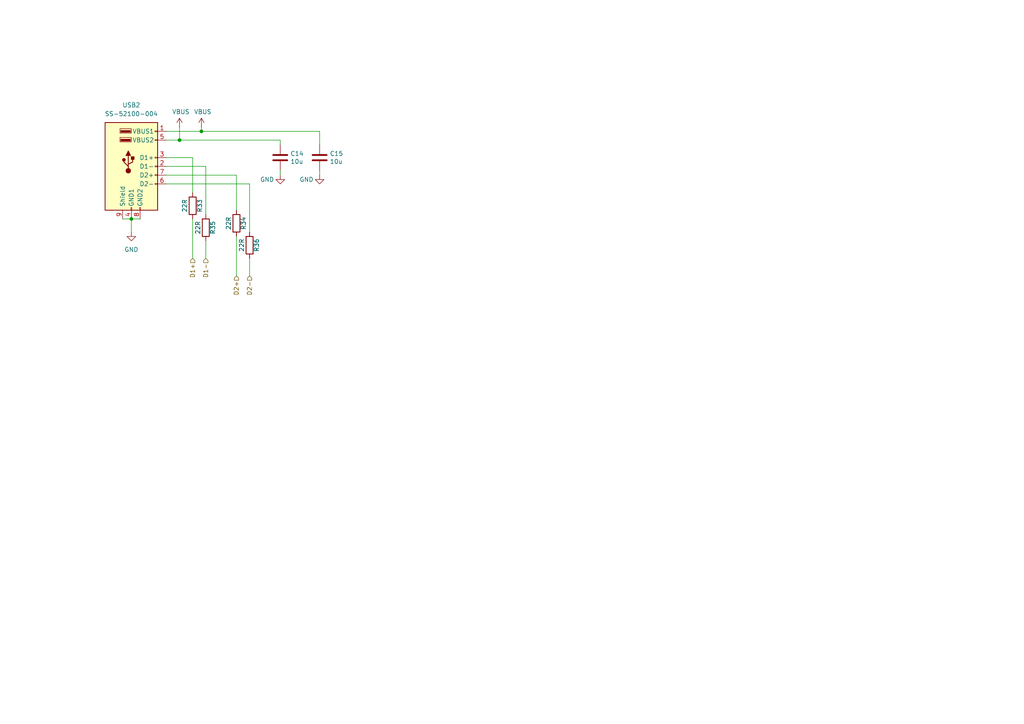
<source format=kicad_sch>
(kicad_sch (version 20250114) (generator "eeschema") (generator_version "9.0")
  (paper "A4")
  (title_block (title "FRANK M2") (date "2025-03-04") (rev "1.02") (company "Mikhail Matveev") (comment 1 "https://github.com/xtremespb/frank"))
  (lib_symbols
    (symbol "Connector:USB_A_Stacked" (pin_names (offset 1.016))
      (property "Reference" "J" (at 0 15.875 0))
      (property "Value" "USB_A_Stacked" (at 0 13.97 0))
      (symbol "USB_A_Stacked_0_1"
        (rectangle (start -7.62 12.7) (end 7.62 -12.7) (stroke (width 0.254)) (fill (type background)))
        (circle (center -2.159 1.905) (radius 0.381) (stroke (width 0.254)) (fill (type outline)))
        (polyline (pts (xy -1.524 3.175) (xy -0.254 3.175) (xy -0.889 4.445) (xy -1.524 3.175)) (stroke (width 0.254)) (fill (type outline)))
        (polyline (pts (xy -0.889 0) (xy -0.889 0.635) (xy 0.381 1.27) (xy 0.381 2.54)) (stroke (width 0.254)))
        (polyline (pts (xy -0.889 -0.635) (xy -0.889 0) (xy -2.159 1.27) (xy -2.159 1.905)) (stroke (width 0.254)))
        (circle (center -0.889 -1.27) (radius 0.635) (stroke (width 0.254)) (fill (type outline)))
        (rectangle (start -0.254 9.906) (end -3.048 10.414) (fill (type outline)))
        (rectangle (start -0.254 7.366) (end -3.048 7.874) (fill (type outline)))
        (rectangle (start -0.127 -12.7) (end 0.127 -11.938))
        (rectangle (start 0 9.652) (end -3.302 10.922))
        (rectangle (start 0 7.112) (end -3.302 8.382))
        (rectangle (start 0 2.794) (end 0.762 2.032) (stroke (width 0.254)) (fill (type outline)))
        (rectangle (start 2.413 -12.7) (end 2.667 -11.938))
        (rectangle (start 7.62 10.033) (end 6.858 10.287))
        (rectangle (start 7.62 7.493) (end 6.858 7.747))
        (rectangle (start 7.62 2.413) (end 6.858 2.667))
        (rectangle (start 7.62 -0.127) (end 6.858 0.127))
        (rectangle (start 7.62 -2.667) (end 6.858 -2.413))
        (rectangle (start 7.62 -5.207) (end 6.858 -4.953))
      )
      (symbol "USB_A_Stacked_1_1"
        (polyline (pts (xy -0.889 0.635) (xy -0.889 3.175)) (stroke (width 0.254)))
        (pin passive line (at -2.54 -15.24 90) (length 2.54) (name "Shield") (number "9"))
        (pin power_in line (at 0 -15.24 90) (length 2.54) (name "GND1") (number "4"))
        (pin power_in line (at 2.54 -15.24 90) (length 2.54) (name "GND2") (number "8"))
        (pin power_in line (at 10.16 10.16 180) (length 2.54) (name "VBUS1") (number "1"))
        (pin power_in line (at 10.16 7.62 180) (length 2.54) (name "VBUS2") (number "5"))
        (pin bidirectional line (at 10.16 2.54 180) (length 2.54) (name "D1+") (number "3"))
        (pin bidirectional line (at 10.16 0 180) (length 2.54) (name "D1-") (number "2"))
        (pin bidirectional line (at 10.16 -2.54 180) (length 2.54) (name "D2+") (number "7"))
        (pin bidirectional line (at 10.16 -5.08 180) (length 2.54) (name "D2-") (number "6"))
      )
    )
    (symbol "Device:C" (pin_numbers (hide yes)) (pin_names (offset 0.254))
      (property "Reference" "C" (at 0.635 2.54 0))
      (property "Value" "C" (at 0.635 -2.54 0))
      (symbol "C_0_1"
        (polyline (pts (xy -2.032 0.762) (xy 2.032 0.762)) (stroke (width 0.508)))
        (polyline (pts (xy -2.032 -0.762) (xy 2.032 -0.762)) (stroke (width 0.508)))
      )
      (symbol "C_1_1"
        (pin passive line (at 0 3.81 270) (length 2.794) (name "~") (number "1"))
        (pin passive line (at 0 -3.81 90) (length 2.794) (name "~") (number "2"))
      )
    )
    (symbol "Device:R" (pin_numbers (hide yes)) (pin_names (offset 0))
      (property "Reference" "R" (at 2.032 0 90))
      (property "Value" "R" (at 0 0 90))
      (symbol "R_0_1"
        (rectangle (start -1.016 -2.54) (end 1.016 2.54) (stroke (width 0.254)))
      )
      (symbol "R_1_1"
        (pin passive line (at 0 3.81 270) (length 1.27) (name "~") (number "1"))
        (pin passive line (at 0 -3.81 90) (length 1.27) (name "~") (number "2"))
      )
    )
    (symbol "GND_1" (power) (pin_numbers (hide yes)) (pin_names (offset 0) (hide yes))
      (property "Value" "GND" (at 0 -3.81 0))
      (symbol "GND_1_0_1"
        (polyline (pts (xy 0 0) (xy 0 -1.27) (xy 1.27 -1.27) (xy 0 -2.54) (xy -1.27 -1.27) (xy 0 -1.27)))
      )
      (symbol "GND_1_1_1"
        (pin power_in line (at 0 0 270) (length 0) (name "~") (number "1"))
      )
    )
    (symbol "GND_2" (power) (pin_numbers (hide yes)) (pin_names (offset 0) (hide yes))
      (property "Value" "GND" (at 0 -3.81 0))
      (symbol "GND_2_0_1"
        (polyline (pts (xy 0 0) (xy 0 -1.27) (xy 1.27 -1.27) (xy 0 -2.54) (xy -1.27 -1.27) (xy 0 -1.27)))
      )
      (symbol "GND_2_1_1"
        (pin power_in line (at 0 0 270) (length 0) (name "~") (number "1"))
      )
    )
    (symbol "VBUS_1" (power) (pin_numbers (hide yes)) (pin_names (offset 0) (hide yes))
      (property "Value" "VBUS" (at 0 3.556 0))
      (symbol "VBUS_1_0_1"
        (polyline (pts (xy -0.762 1.27) (xy 0 2.54)))
        (polyline (pts (xy 0 2.54) (xy 0.762 1.27)))
        (polyline (pts (xy 0 0) (xy 0 2.54)))
      )
      (symbol "VBUS_1_1_1"
        (pin power_in line (at 0 0 90) (length 0) (name "~") (number "1"))
      )
    )
    (symbol "power:GND" (power) (pin_numbers (hide yes)) (pin_names (offset 0) (hide yes))
      (property "Value" "GND" (at 0 -3.81 0))
      (symbol "GND_0_1"
        (polyline (pts (xy 0 0) (xy 0 -1.27) (xy 1.27 -1.27) (xy 0 -2.54) (xy -1.27 -1.27) (xy 0 -1.27)))
      )
      (symbol "GND_1_1"
        (pin power_in line (at 0 0 270) (length 0) (name "~") (number "1"))
      )
    )
    (symbol "power:VBUS" (power) (pin_numbers (hide yes)) (pin_names (offset 0) (hide yes))
      (property "Value" "VBUS" (at 0 3.556 0))
      (symbol "VBUS_0_1"
        (polyline (pts (xy -0.762 1.27) (xy 0 2.54)))
        (polyline (pts (xy 0 2.54) (xy 0.762 1.27)))
        (polyline (pts (xy 0 0) (xy 0 2.54)))
      )
      (symbol "VBUS_1_1"
        (pin power_in line (at 0 0 90) (length 0) (name "~") (number "1"))
      )
    )
  )
  (junction (at 58.42 38.1))
  (junction (at 52.07 40.64))
  (junction (at 38.1 63.5))
  (wire (pts (xy 58.42 36.83) (xy 58.42 38.1)))
  (wire (pts (xy 55.88 45.72) (xy 55.88 55.88)))
  (wire (pts (xy 48.26 53.34) (xy 72.39 53.34)))
  (wire (pts (xy 48.26 50.8) (xy 68.58 50.8)))
  (wire (pts (xy 52.07 40.64) (xy 81.28 40.64)))
  (wire (pts (xy 55.88 63.5) (xy 55.88 74.93)))
  (wire (pts (xy 81.28 49.53) (xy 81.28 50.8)))
  (wire (pts (xy 72.39 53.34) (xy 72.39 67.31)))
  (wire (pts (xy 92.71 49.53) (xy 92.71 50.8)))
  (wire (pts (xy 35.56 63.5) (xy 38.1 63.5)))
  (wire (pts (xy 59.69 48.26) (xy 59.69 62.23)))
  (wire (pts (xy 68.58 68.58) (xy 68.58 80.01)))
  (wire (pts (xy 81.28 40.64) (xy 81.28 41.91)))
  (wire (pts (xy 38.1 63.5) (xy 38.1 67.31)))
  (wire (pts (xy 48.26 48.26) (xy 59.69 48.26)))
  (wire (pts (xy 92.71 41.91) (xy 92.71 38.1)))
  (wire (pts (xy 72.39 74.93) (xy 72.39 80.01)))
  (wire (pts (xy 38.1 63.5) (xy 40.64 63.5)))
  (wire (pts (xy 52.07 36.83) (xy 52.07 40.64)))
  (wire (pts (xy 58.42 38.1) (xy 92.71 38.1)))
  (wire (pts (xy 48.26 40.64) (xy 52.07 40.64)))
  (wire (pts (xy 59.69 69.85) (xy 59.69 74.93)))
  (wire (pts (xy 48.26 38.1) (xy 58.42 38.1)))
  (wire (pts (xy 48.26 45.72) (xy 55.88 45.72)))
  (wire (pts (xy 68.58 50.8) (xy 68.58 60.96)))
  (hierarchical_label "D2+" (shape input) (at 68.58 80.01 270))
  (hierarchical_label "D1-" (shape input) (at 59.69 74.93 270))
  (hierarchical_label "D1+" (shape input) (at 55.88 74.93 270))
  (hierarchical_label "D2-" (shape input) (at 72.39 80.01 270))
  (symbol (lib_id "Connector:USB_A_Stacked") (at 38.1 48.26 0) (unit 1)
    (property "Reference" "USB2" (at 38.1 30.48 0))
    (property "Value" "SS-52100-004" (at 38.1 33.02 0))
    (property "Footprint" "FRANK:USB Type A (stacked)" (effects (hide yes)))
    (property "Datasheet" "https://www.belfuse.com/resources/datasheets/stewartconnector/ds-stw-usb-2.0-and-3.0-connectors.pdf" (effects (hide yes)))
    (property "Description" "USB Type A connector, stacked" (effects (hide yes)))
    (property "AliExpress" "https://www.aliexpress.com/item/1005007077769791.html" (effects (hide yes)))
  )
  (symbol (lib_id "Device:C") (at 81.28 45.72 0) (unit 1)
    (property "Reference" "C14" (at 84.201 44.5516 0) (effects (justify left)))
    (property "Value" "10u" (at 84.201 46.863 0) (effects (justify left)))
    (property "Footprint" "FRANK:Capacitor (0805)" (effects (hide yes)))
    (property "Datasheet" "https://eu.mouser.com/datasheet/2/447/KEM_C1075_X7R_HT_SMD-3316221.pdf" (effects (hide yes)))
    (property "AliExpress" "https://www.aliexpress.com/item/33008008276.html" (effects (hide yes)))
  )
  (symbol (lib_id "Device:R") (at 59.69 66.04 0) (mirror x) (unit 1)
    (property "Reference" "R35" (at 61.722 66.04 90))
    (property "Value" "22R" (at 57.404 66.04 90))
    (property "Footprint" "FRANK:Resistor (0805)" (effects (hide yes)))
    (property "Datasheet" "https://www.vishay.com/docs/28952/mcs0402at-mct0603at-mcu0805at-mca1206at.pdf" (effects (hide yes)))
    (property "AliExpress" "https://www.aliexpress.com/item/1005005945735199.html" (effects (hide yes)))
  )
  (symbol (lib_id "Device:C") (at 92.71 45.72 0) (unit 1)
    (property "Reference" "C15" (at 95.631 44.5516 0) (effects (justify left)))
    (property "Value" "10u" (at 95.631 46.863 0) (effects (justify left)))
    (property "Footprint" "FRANK:Capacitor (0805)" (effects (hide yes)))
    (property "Datasheet" "https://eu.mouser.com/datasheet/2/447/KEM_C1075_X7R_HT_SMD-3316221.pdf" (effects (hide yes)))
    (property "AliExpress" "https://www.aliexpress.com/item/33008008276.html" (effects (hide yes)))
  )
  (symbol (lib_name "VBUS_1") (lib_id "power:VBUS") (at 52.07 36.83 0) (unit 1)
    (property "Reference" "#PWR067" (effects (hide yes)))
    (property "Value" "VBUS" (at 52.451 32.4358 0))
    (property "Description" "Power symbol creates a global label with name \"VBUS\"" (effects (hide yes)))
  )
  (symbol (lib_id "power:GND") (at 81.28 50.8 0) (unit 1)
    (property "Reference" "#PWR069" (effects (hide yes)))
    (property "Value" "GND" (at 77.47 52.07 0))
    (property "Description" "Power symbol creates a global label with name \"GND\" , ground" (effects (hide yes)))
  )
  (symbol (lib_id "Device:R") (at 68.58 64.77 0) (mirror x) (unit 1)
    (property "Reference" "R34" (at 70.612 64.77 90))
    (property "Value" "22R" (at 66.294 64.77 90))
    (property "Footprint" "FRANK:Resistor (0805)" (effects (hide yes)))
    (property "Datasheet" "https://www.vishay.com/docs/28952/mcs0402at-mct0603at-mcu0805at-mca1206at.pdf" (effects (hide yes)))
    (property "AliExpress" "https://www.aliexpress.com/item/1005005945735199.html" (effects (hide yes)))
  )
  (symbol (lib_name "GND_2") (lib_id "power:GND") (at 92.71 50.8 0) (unit 1)
    (property "Reference" "#PWR070" (effects (hide yes)))
    (property "Value" "GND" (at 88.9 52.07 0))
    (property "Description" "Power symbol creates a global label with name \"GND\" , ground" (effects (hide yes)))
  )
  (symbol (lib_id "Device:R") (at 55.88 59.69 0) (mirror x) (unit 1)
    (property "Reference" "R33" (at 57.912 59.69 90))
    (property "Value" "22R" (at 53.594 59.69 90))
    (property "Footprint" "FRANK:Resistor (0805)" (effects (hide yes)))
    (property "Datasheet" "https://www.vishay.com/docs/28952/mcs0402at-mct0603at-mcu0805at-mca1206at.pdf" (effects (hide yes)))
    (property "AliExpress" "https://www.aliexpress.com/item/1005005945735199.html" (effects (hide yes)))
  )
  (symbol (lib_id "power:VBUS") (at 58.42 36.83 0) (unit 1)
    (property "Reference" "#PWR068" (effects (hide yes)))
    (property "Value" "VBUS" (at 58.801 32.4358 0))
    (property "Description" "Power symbol creates a global label with name \"VBUS\"" (effects (hide yes)))
  )
  (symbol (lib_name "GND_1") (lib_id "power:GND") (at 38.1 67.31 0) (unit 1)
    (property "Reference" "#PWR071" (effects (hide yes)))
    (property "Value" "GND" (at 38.1 72.39 0))
    (property "Description" "Power symbol creates a global label with name \"GND\" , ground" (effects (hide yes)))
  )
  (symbol (lib_id "Device:R") (at 72.39 71.12 0) (mirror x) (unit 1)
    (property "Reference" "R36" (at 74.422 71.12 90))
    (property "Value" "22R" (at 70.104 71.12 90))
    (property "Footprint" "FRANK:Resistor (0805)" (effects (hide yes)))
    (property "Datasheet" "https://www.vishay.com/docs/28952/mcs0402at-mct0603at-mcu0805at-mca1206at.pdf" (effects (hide yes)))
    (property "AliExpress" "https://www.aliexpress.com/item/1005005945735199.html" (effects (hide yes)))
  )
)
</source>
